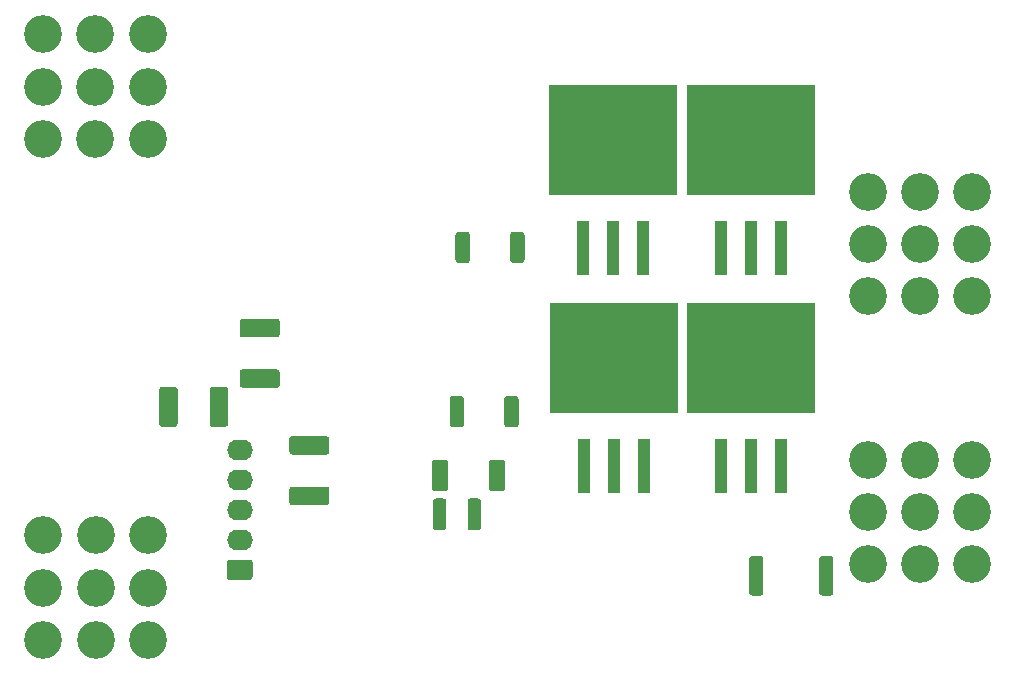
<source format=gbs>
G04 #@! TF.GenerationSoftware,KiCad,Pcbnew,(5.1.10)-1*
G04 #@! TF.CreationDate,2021-06-12T15:14:09-04:00*
G04 #@! TF.ProjectId,Motor Controller 2020,4d6f746f-7220-4436-9f6e-74726f6c6c65,rev?*
G04 #@! TF.SameCoordinates,Original*
G04 #@! TF.FileFunction,Soldermask,Bot*
G04 #@! TF.FilePolarity,Negative*
%FSLAX46Y46*%
G04 Gerber Fmt 4.6, Leading zero omitted, Abs format (unit mm)*
G04 Created by KiCad (PCBNEW (5.1.10)-1) date 2021-06-12 15:14:09*
%MOMM*%
%LPD*%
G01*
G04 APERTURE LIST*
%ADD10C,3.200000*%
%ADD11O,2.190000X1.740000*%
%ADD12R,10.800000X9.400000*%
%ADD13R,1.100000X4.600000*%
G04 APERTURE END LIST*
D10*
X166200000Y-65000000D03*
X166200000Y-69435000D03*
X170635000Y-65000000D03*
X166200000Y-60565000D03*
X161765000Y-65000000D03*
X161765000Y-69435000D03*
X161765000Y-60565000D03*
X170635000Y-60565000D03*
X170635000Y-69435000D03*
G36*
G01*
X132225000Y-78124999D02*
X132225000Y-80275001D01*
G75*
G02*
X131975001Y-80525000I-249999J0D01*
G01*
X131249999Y-80525000D01*
G75*
G02*
X131000000Y-80275001I0J249999D01*
G01*
X131000000Y-78124999D01*
G75*
G02*
X131249999Y-77875000I249999J0D01*
G01*
X131975001Y-77875000D01*
G75*
G02*
X132225000Y-78124999I0J-249999D01*
G01*
G37*
G36*
G01*
X127600000Y-78124999D02*
X127600000Y-80275001D01*
G75*
G02*
X127350001Y-80525000I-249999J0D01*
G01*
X126624999Y-80525000D01*
G75*
G02*
X126375000Y-80275001I0J249999D01*
G01*
X126375000Y-78124999D01*
G75*
G02*
X126624999Y-77875000I249999J0D01*
G01*
X127350001Y-77875000D01*
G75*
G02*
X127600000Y-78124999I0J-249999D01*
G01*
G37*
G36*
G01*
X109445001Y-93470000D02*
X107754999Y-93470000D01*
G75*
G02*
X107505000Y-93220001I0J249999D01*
G01*
X107505000Y-91979999D01*
G75*
G02*
X107754999Y-91730000I249999J0D01*
G01*
X109445001Y-91730000D01*
G75*
G02*
X109695000Y-91979999I0J-249999D01*
G01*
X109695000Y-93220001D01*
G75*
G02*
X109445001Y-93470000I-249999J0D01*
G01*
G37*
D11*
X108600000Y-90060000D03*
X108600000Y-87520000D03*
X108600000Y-84980000D03*
X108600000Y-82440000D03*
G36*
G01*
X107625000Y-77349998D02*
X107625000Y-80250002D01*
G75*
G02*
X107375002Y-80500000I-249998J0D01*
G01*
X106299998Y-80500000D01*
G75*
G02*
X106050000Y-80250002I0J249998D01*
G01*
X106050000Y-77349998D01*
G75*
G02*
X106299998Y-77100000I249998J0D01*
G01*
X107375002Y-77100000D01*
G75*
G02*
X107625000Y-77349998I0J-249998D01*
G01*
G37*
G36*
G01*
X103350000Y-77349998D02*
X103350000Y-80250002D01*
G75*
G02*
X103100002Y-80500000I-249998J0D01*
G01*
X102024998Y-80500000D01*
G75*
G02*
X101775000Y-80250002I0J249998D01*
G01*
X101775000Y-77349998D01*
G75*
G02*
X102024998Y-77100000I249998J0D01*
G01*
X103100002Y-77100000D01*
G75*
G02*
X103350000Y-77349998I0J-249998D01*
G01*
G37*
G36*
G01*
X113049998Y-81275000D02*
X115950002Y-81275000D01*
G75*
G02*
X116200000Y-81524998I0J-249998D01*
G01*
X116200000Y-82600002D01*
G75*
G02*
X115950002Y-82850000I-249998J0D01*
G01*
X113049998Y-82850000D01*
G75*
G02*
X112800000Y-82600002I0J249998D01*
G01*
X112800000Y-81524998D01*
G75*
G02*
X113049998Y-81275000I249998J0D01*
G01*
G37*
G36*
G01*
X113049998Y-85550000D02*
X115950002Y-85550000D01*
G75*
G02*
X116200000Y-85799998I0J-249998D01*
G01*
X116200000Y-86875002D01*
G75*
G02*
X115950002Y-87125000I-249998J0D01*
G01*
X113049998Y-87125000D01*
G75*
G02*
X112800000Y-86875002I0J249998D01*
G01*
X112800000Y-85799998D01*
G75*
G02*
X113049998Y-85550000I249998J0D01*
G01*
G37*
D10*
X100828000Y-56135000D03*
X100828000Y-47265000D03*
X91958000Y-47265000D03*
X91958000Y-56135000D03*
X91958000Y-51700000D03*
X96393000Y-47265000D03*
X100828000Y-51700000D03*
X96393000Y-56135000D03*
X96393000Y-51700000D03*
X96400000Y-94100000D03*
X96400000Y-98535000D03*
X100835000Y-94100000D03*
X96400000Y-89665000D03*
X91965000Y-94100000D03*
X91965000Y-98535000D03*
X91965000Y-89665000D03*
X100835000Y-89665000D03*
X100835000Y-98535000D03*
X170635000Y-92135000D03*
X170635000Y-83265000D03*
X161765000Y-83265000D03*
X161765000Y-92135000D03*
X161765000Y-87700000D03*
X166200000Y-83265000D03*
X170635000Y-87700000D03*
X166200000Y-92135000D03*
X166200000Y-87700000D03*
D12*
X151892000Y-74653000D03*
D13*
X149352000Y-83803000D03*
X151892000Y-83803000D03*
X154432000Y-83803000D03*
X142748000Y-65376000D03*
X140208000Y-65376000D03*
X137668000Y-65376000D03*
D12*
X140208000Y-56226000D03*
D13*
X142875000Y-83791000D03*
X140335000Y-83791000D03*
X137795000Y-83791000D03*
D12*
X140335000Y-74641000D03*
D13*
X154432000Y-65376000D03*
X151892000Y-65376000D03*
X149352000Y-65376000D03*
D12*
X151892000Y-56226000D03*
G36*
G01*
X152950000Y-91674999D02*
X152950000Y-94525001D01*
G75*
G02*
X152700001Y-94775000I-249999J0D01*
G01*
X151974999Y-94775000D01*
G75*
G02*
X151725000Y-94525001I0J249999D01*
G01*
X151725000Y-91674999D01*
G75*
G02*
X151974999Y-91425000I249999J0D01*
G01*
X152700001Y-91425000D01*
G75*
G02*
X152950000Y-91674999I0J-249999D01*
G01*
G37*
G36*
G01*
X158875000Y-91674999D02*
X158875000Y-94525001D01*
G75*
G02*
X158625001Y-94775000I-249999J0D01*
G01*
X157899999Y-94775000D01*
G75*
G02*
X157650000Y-94525001I0J249999D01*
G01*
X157650000Y-91674999D01*
G75*
G02*
X157899999Y-91425000I249999J0D01*
G01*
X158625001Y-91425000D01*
G75*
G02*
X158875000Y-91674999I0J-249999D01*
G01*
G37*
G36*
G01*
X128100000Y-64224999D02*
X128100000Y-66375001D01*
G75*
G02*
X127850001Y-66625000I-249999J0D01*
G01*
X127124999Y-66625000D01*
G75*
G02*
X126875000Y-66375001I0J249999D01*
G01*
X126875000Y-64224999D01*
G75*
G02*
X127124999Y-63975000I249999J0D01*
G01*
X127850001Y-63975000D01*
G75*
G02*
X128100000Y-64224999I0J-249999D01*
G01*
G37*
G36*
G01*
X132725000Y-64224999D02*
X132725000Y-66375001D01*
G75*
G02*
X132475001Y-66625000I-249999J0D01*
G01*
X131749999Y-66625000D01*
G75*
G02*
X131500000Y-66375001I0J249999D01*
G01*
X131500000Y-64224999D01*
G75*
G02*
X131749999Y-63975000I249999J0D01*
G01*
X132475001Y-63975000D01*
G75*
G02*
X132725000Y-64224999I0J-249999D01*
G01*
G37*
G36*
G01*
X111750002Y-77187500D02*
X108849998Y-77187500D01*
G75*
G02*
X108600000Y-76937502I0J249998D01*
G01*
X108600000Y-75862498D01*
G75*
G02*
X108849998Y-75612500I249998J0D01*
G01*
X111750002Y-75612500D01*
G75*
G02*
X112000000Y-75862498I0J-249998D01*
G01*
X112000000Y-76937502D01*
G75*
G02*
X111750002Y-77187500I-249998J0D01*
G01*
G37*
G36*
G01*
X111750002Y-72912500D02*
X108849998Y-72912500D01*
G75*
G02*
X108600000Y-72662502I0J249998D01*
G01*
X108600000Y-71587498D01*
G75*
G02*
X108849998Y-71337500I249998J0D01*
G01*
X111750002Y-71337500D01*
G75*
G02*
X112000000Y-71587498I0J-249998D01*
G01*
X112000000Y-72662502D01*
G75*
G02*
X111750002Y-72912500I-249998J0D01*
G01*
G37*
G36*
G01*
X124950000Y-89000001D02*
X124950000Y-86799999D01*
G75*
G02*
X125199999Y-86550000I249999J0D01*
G01*
X125850001Y-86550000D01*
G75*
G02*
X126100000Y-86799999I0J-249999D01*
G01*
X126100000Y-89000001D01*
G75*
G02*
X125850001Y-89250000I-249999J0D01*
G01*
X125199999Y-89250000D01*
G75*
G02*
X124950000Y-89000001I0J249999D01*
G01*
G37*
G36*
G01*
X127900000Y-89000001D02*
X127900000Y-86799999D01*
G75*
G02*
X128149999Y-86550000I249999J0D01*
G01*
X128800001Y-86550000D01*
G75*
G02*
X129050000Y-86799999I0J-249999D01*
G01*
X129050000Y-89000001D01*
G75*
G02*
X128800001Y-89250000I-249999J0D01*
G01*
X128149999Y-89250000D01*
G75*
G02*
X127900000Y-89000001I0J249999D01*
G01*
G37*
G36*
G01*
X131075001Y-83530000D02*
X131075001Y-85680002D01*
G75*
G02*
X130825002Y-85930001I-249999J0D01*
G01*
X129925000Y-85930001D01*
G75*
G02*
X129675001Y-85680002I0J249999D01*
G01*
X129675001Y-83530000D01*
G75*
G02*
X129925000Y-83280001I249999J0D01*
G01*
X130825002Y-83280001D01*
G75*
G02*
X131075001Y-83530000I0J-249999D01*
G01*
G37*
G36*
G01*
X126275001Y-83530000D02*
X126275001Y-85680002D01*
G75*
G02*
X126025002Y-85930001I-249999J0D01*
G01*
X125125000Y-85930001D01*
G75*
G02*
X124875001Y-85680002I0J249999D01*
G01*
X124875001Y-83530000D01*
G75*
G02*
X125125000Y-83280001I249999J0D01*
G01*
X126025002Y-83280001D01*
G75*
G02*
X126275001Y-83530000I0J-249999D01*
G01*
G37*
M02*

</source>
